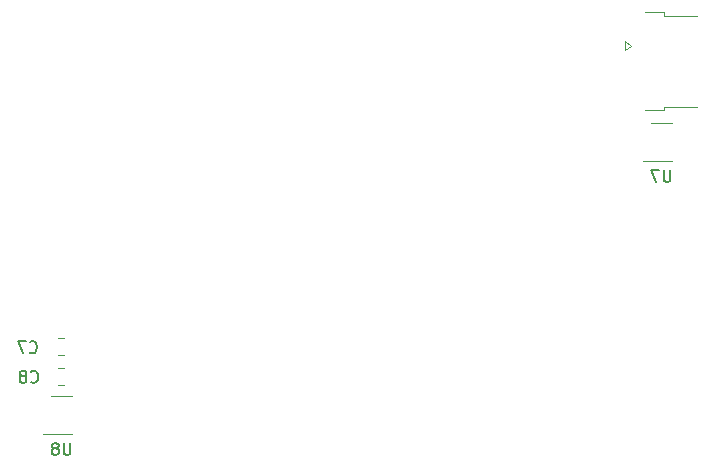
<source format=gbo>
G04 #@! TF.GenerationSoftware,KiCad,Pcbnew,(5.1.0-0)*
G04 #@! TF.CreationDate,2019-04-11T15:08:44-07:00*
G04 #@! TF.ProjectId,rc2014_monitor,72633230-3134-45f6-9d6f-6e69746f722e,rev?*
G04 #@! TF.SameCoordinates,Original*
G04 #@! TF.FileFunction,Legend,Bot*
G04 #@! TF.FilePolarity,Positive*
%FSLAX46Y46*%
G04 Gerber Fmt 4.6, Leading zero omitted, Abs format (unit mm)*
G04 Created by KiCad (PCBNEW (5.1.0-0)) date 2019-04-11 15:08:44*
%MOMM*%
%LPD*%
G04 APERTURE LIST*
%ADD10C,0.120000*%
%ADD11C,0.150000*%
G04 APERTURE END LIST*
D10*
X168839000Y-84781000D02*
X168389000Y-84381000D01*
X168389000Y-84381000D02*
X168389000Y-85181000D01*
X168389000Y-85181000D02*
X168839000Y-84781000D01*
X174439000Y-89931000D02*
X171639000Y-89931000D01*
X171639000Y-89931000D02*
X171639000Y-90231000D01*
X171639000Y-90231000D02*
X170089000Y-90231000D01*
X174439000Y-82231000D02*
X171639000Y-82231000D01*
X171639000Y-81931000D02*
X171639000Y-82231000D01*
X171639000Y-81931000D02*
X170089000Y-81931000D01*
X120911252Y-109526000D02*
X120388748Y-109526000D01*
X120911252Y-110946000D02*
X120388748Y-110946000D01*
X120911252Y-113486000D02*
X120388748Y-113486000D01*
X120911252Y-112066000D02*
X120388748Y-112066000D01*
X172350000Y-94574000D02*
X169900000Y-94574000D01*
X170550000Y-91354000D02*
X172350000Y-91354000D01*
X119750000Y-114468000D02*
X121550000Y-114468000D01*
X121550000Y-117688000D02*
X119100000Y-117688000D01*
D11*
X117966666Y-110711142D02*
X118014285Y-110758761D01*
X118157142Y-110806380D01*
X118252380Y-110806380D01*
X118395238Y-110758761D01*
X118490476Y-110663523D01*
X118538095Y-110568285D01*
X118585714Y-110377809D01*
X118585714Y-110234952D01*
X118538095Y-110044476D01*
X118490476Y-109949238D01*
X118395238Y-109854000D01*
X118252380Y-109806380D01*
X118157142Y-109806380D01*
X118014285Y-109854000D01*
X117966666Y-109901619D01*
X117633333Y-109806380D02*
X116966666Y-109806380D01*
X117395238Y-110806380D01*
X118066666Y-113211142D02*
X118114285Y-113258761D01*
X118257142Y-113306380D01*
X118352380Y-113306380D01*
X118495238Y-113258761D01*
X118590476Y-113163523D01*
X118638095Y-113068285D01*
X118685714Y-112877809D01*
X118685714Y-112734952D01*
X118638095Y-112544476D01*
X118590476Y-112449238D01*
X118495238Y-112354000D01*
X118352380Y-112306380D01*
X118257142Y-112306380D01*
X118114285Y-112354000D01*
X118066666Y-112401619D01*
X117495238Y-112734952D02*
X117590476Y-112687333D01*
X117638095Y-112639714D01*
X117685714Y-112544476D01*
X117685714Y-112496857D01*
X117638095Y-112401619D01*
X117590476Y-112354000D01*
X117495238Y-112306380D01*
X117304761Y-112306380D01*
X117209523Y-112354000D01*
X117161904Y-112401619D01*
X117114285Y-112496857D01*
X117114285Y-112544476D01*
X117161904Y-112639714D01*
X117209523Y-112687333D01*
X117304761Y-112734952D01*
X117495238Y-112734952D01*
X117590476Y-112782571D01*
X117638095Y-112830190D01*
X117685714Y-112925428D01*
X117685714Y-113115904D01*
X117638095Y-113211142D01*
X117590476Y-113258761D01*
X117495238Y-113306380D01*
X117304761Y-113306380D01*
X117209523Y-113258761D01*
X117161904Y-113211142D01*
X117114285Y-113115904D01*
X117114285Y-112925428D01*
X117161904Y-112830190D01*
X117209523Y-112782571D01*
X117304761Y-112734952D01*
X172211904Y-95316380D02*
X172211904Y-96125904D01*
X172164285Y-96221142D01*
X172116666Y-96268761D01*
X172021428Y-96316380D01*
X171830952Y-96316380D01*
X171735714Y-96268761D01*
X171688095Y-96221142D01*
X171640476Y-96125904D01*
X171640476Y-95316380D01*
X171259523Y-95316380D02*
X170592857Y-95316380D01*
X171021428Y-96316380D01*
X121411904Y-118430380D02*
X121411904Y-119239904D01*
X121364285Y-119335142D01*
X121316666Y-119382761D01*
X121221428Y-119430380D01*
X121030952Y-119430380D01*
X120935714Y-119382761D01*
X120888095Y-119335142D01*
X120840476Y-119239904D01*
X120840476Y-118430380D01*
X120221428Y-118858952D02*
X120316666Y-118811333D01*
X120364285Y-118763714D01*
X120411904Y-118668476D01*
X120411904Y-118620857D01*
X120364285Y-118525619D01*
X120316666Y-118478000D01*
X120221428Y-118430380D01*
X120030952Y-118430380D01*
X119935714Y-118478000D01*
X119888095Y-118525619D01*
X119840476Y-118620857D01*
X119840476Y-118668476D01*
X119888095Y-118763714D01*
X119935714Y-118811333D01*
X120030952Y-118858952D01*
X120221428Y-118858952D01*
X120316666Y-118906571D01*
X120364285Y-118954190D01*
X120411904Y-119049428D01*
X120411904Y-119239904D01*
X120364285Y-119335142D01*
X120316666Y-119382761D01*
X120221428Y-119430380D01*
X120030952Y-119430380D01*
X119935714Y-119382761D01*
X119888095Y-119335142D01*
X119840476Y-119239904D01*
X119840476Y-119049428D01*
X119888095Y-118954190D01*
X119935714Y-118906571D01*
X120030952Y-118858952D01*
M02*

</source>
